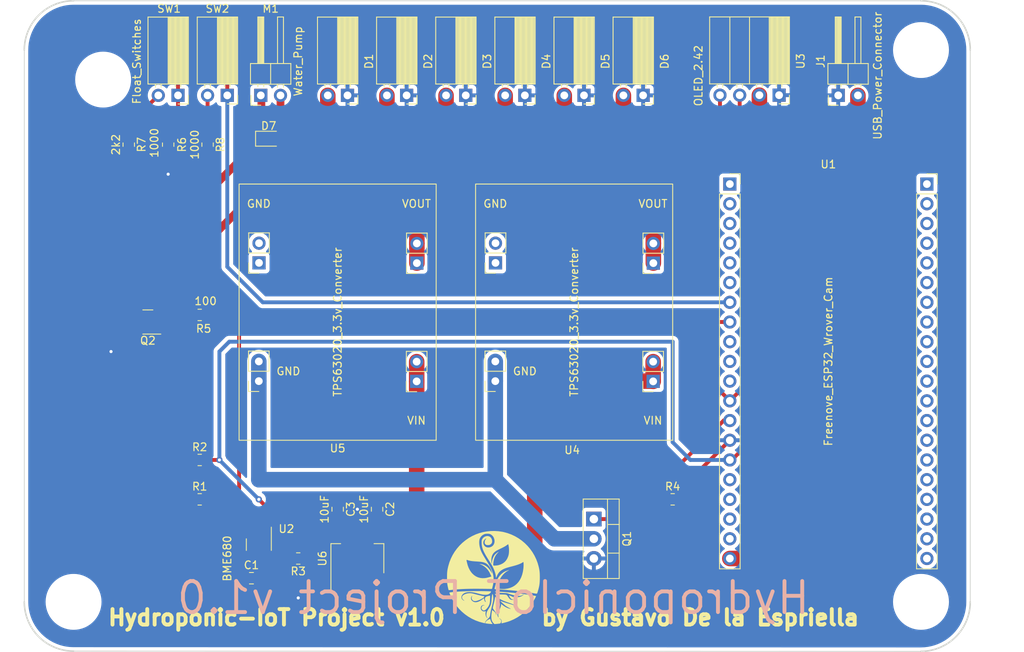
<source format=kicad_pcb>
(kicad_pcb (version 20211014) (generator pcbnew)
  (layers (0 "F.Cu" signal) (31 "B.Cu" signal) (34 "B.Paste" user) (35 "F.Paste" user) (36 "B.SilkS" user "B.Silkscreen") (37 "F.SilkS" user "F.Silkscreen") (38 "B.Mask" user) (39 "F.Mask" user) (44 "Edge.Cuts" user))
  (net 0 "")
  (net 1 "GND")
  (net 2 "+5V")
  (net 3 "Net-(D7-Pad2)")
  (net 10 "FULL_SPECTRUM_LEDS")
  (net 14 "Net-(Q2-Pad2)")
  (net 15 "SDA_ALT")
  (net 16 "SCL_ALT")
  (net 41 "Net-(R3-Pad2)")
  (net 42 "WATER_PUMP")
  (net 43 "FLOAT_SWITCHES")
  (net 44 "Net-(R7-Pad1)")
  (net 45 "Net-(R8-Pad1)")
  (net 46 "+3.3VA")
  (net 47 "/Regulated 3.3v #1")
  (net 48 "Net-(Q1-Pad2)")
  (net 53 "/Regulated 3.3v #2")
  (footprint "Resistor_SMD:R_0805_2012Metric" (layer "F.Cu") (at 124.740936 121.693 180)
    (fp_text reference "R3" (at 0 -1.65) (layer "F.SilkS"))
    (fp_text value "4.7k")
    (pad "1" smd roundrect (at -0.9125 0 180) (size 1.025 1.4) (layers "F.Cu" "F.Paste" "F.Mask") (roundrect_rratio 0.243902) (net 1 "GND"))
    (pad "2" smd roundrect (at 0.9125 0 180) (size 1.025 1.4) (layers "F.Cu" "F.Paste" "F.Mask") (roundrect_rratio 0.243902) (net 41 "Net-(R3-Pad2)"))
  )
  (footprint "Package_LGA:Bosch_LGA-8_3x3mm_P0.8mm_ClockwisePinNumbering" (layer "F.Cu") (at 119.660936 119.153)
    (fp_text reference "U2" (at 3.556 -1.27) (layer "F.SilkS"))
    (fp_text value "BME680" (at -4.064 2.54 90) (layer "F.SilkS"))
    (pad "1" smd roundrect (at -1.2 -1.1875) (size 0.5 0.525) (layers "F.Cu" "F.Paste" "F.Mask") (net 1 "GND"))
    (pad "2" smd roundrect (at -0.4 -1.1875) (size 0.5 0.525) (layers "F.Cu" "F.Paste" "F.Mask") (net 46 "+3.3VA"))
    (pad "3" smd roundrect (at 0.4 -1.1875) (size 0.5 0.525) (layers "F.Cu" "F.Paste" "F.Mask") (net 15 "SDA_ALT"))
    (pad "4" smd roundrect (at 1.2 -1.1875) (size 0.5 0.525) (layers "F.Cu" "F.Paste" "F.Mask") (net 16 "SCL_ALT"))
    (pad "5" smd roundrect (at 1.2 1.1875) (size 0.5 0.525) (layers "F.Cu" "F.Paste" "F.Mask") (net 41 "Net-(R3-Pad2)"))
    (pad "6" smd roundrect (at 0.4 1.1875) (size 0.5 0.525) (layers "F.Cu" "F.Paste" "F.Mask") (net 46 "+3.3VA"))
    (pad "7" smd roundrect (at -0.4 1.1875) (size 0.5 0.525) (layers "F.Cu" "F.Paste" "F.Mask") (net 1 "GND"))
    (pad "8" smd roundrect (at -1.2 1.1875) (size 0.5 0.525) (layers "F.Cu" "F.Paste" "F.Mask") (net 46 "+3.3VA"))
  )
  (footprint "Connector_PinSocket_2.54mm:PinSocket_1x02_P2.54mm_Horizontal" (layer "F.Cu") (at 153.950936 62.003 -90)
    (fp_text reference "D4" (at -4.38 -2.77 -90) (layer "F.SilkS"))
    (fp_text value "LED")
    (pad "1" thru_hole rect (at 0 0 270) (size 1.7 1.7) (drill 1) (layers *.Cu *.Mask) (net 1 "GND"))
    (pad "2" thru_hole oval (at 0 2.54 270) (size 1.7 1.7) (drill 1) (layers *.Cu *.Mask) (net 53 "/Regulated 3.3v #2"))
  )
  (footprint "Diode_SMD:D_0805_2012Metric" (layer "F.Cu") (at 120.930936 67.591)
    (fp_text reference "D7" (at 0 -1.65) (layer "F.SilkS"))
    (fp_text value "D")
    (pad "1" smd roundrect (at -0.9375 0) (size 0.975 1.4) (layers "F.Cu" "F.Paste" "F.Mask") (net 2 "+5V"))
    (pad "2" smd roundrect (at 0.9375 0) (size 0.975 1.4) (layers "F.Cu" "F.Paste" "F.Mask") (net 3 "Net-(D7-Pad2)"))
  )
  (footprint "Resistor_SMD:R_0805_2012Metric" (layer "F.Cu") (at 102.896936 68.353 -90)
    (fp_text reference "R7" (at 0 -1.65 90) (layer "F.SilkS"))
    (fp_text value "2k2" (at 0 1.65 90) (layer "F.SilkS"))
    (pad "1" smd roundrect (at -0.9125 0 270) (size 1.025 1.4) (layers "F.Cu" "F.Paste" "F.Mask") (roundrect_rratio 0.243902) (net 44 "Net-(R7-Pad1)"))
    (pad "2" smd roundrect (at 0.9125 0 270) (size 1.025 1.4) (layers "F.Cu" "F.Paste" "F.Mask") (roundrect_rratio 0.243902) (net 2 "+5V"))
  )
  (footprint "Resistor_SMD:R_0805_2012Metric" (layer "F.Cu") (at 107.976936 68.353 90)
    (fp_text reference "R6" (at 0 1.778 90) (layer "F.SilkS"))
    (fp_text value "1000" (at 0.227064 -1.778 90) (layer "F.SilkS"))
    (pad "1" smd roundrect (at -0.9125 0 90) (size 1.025 1.4) (layers "F.Cu" "F.Paste" "F.Mask") (roundrect_rratio 0.243902) (net 1 "GND"))
    (pad "2" smd roundrect (at 0.9125 0 90) (size 1.025 1.4) (layers "F.Cu" "F.Paste" "F.Mask") (roundrect_rratio 0.243902) (net 43 "FLOAT_SWITCHES"))
  )
  (footprint "MountingHole:MountingHole_3.2mm_M3" (layer "F.Cu") (at 95.784936 127.281)
    (fp_text reference "REF**")
    (fp_text value "MountingHole_3.2mm_M3")
    (pad "" np_thru_hole circle (at 0 0) (size 3.2 3.2) (drill 3.2) (layers *.Cu *.Mask))
  )
  (footprint "HydroponicIoT:Rakstore TPS63020 5v to 3.3v" (layer "F.Cu") (at 129.820936 91.213 180)
    (fp_text reference "U5" (at 0 -16.283 unlocked) (layer "F.SilkS"))
    (fp_text value "TPS63020_3.3v_Converter" (at 0 0 90 unlocked) (layer "F.SilkS"))
    (fp_text user "GND" (at 10.16 15.24 unlocked) (layer "F.SilkS"))
    (fp_text user "VIN" (at -10.16 -12.7 unlocked) (layer "F.SilkS"))
    (fp_text user "VOUT" (at -10.16 15.24 unlocked) (layer "F.SilkS"))
    (fp_text user "GND" (at 6.35 -6.35 unlocked) (layer "F.SilkS"))
    (pad "1" thru_hole rect (at -10.185 -7.65 180) (size 1.7 1.7) (drill 1) (layers *.Cu *.Mask) (net 2 "+5V"))
    (pad "2" thru_hole oval (at -10.185 -5.11 180) (size 1.7 1.7) (drill 1) (layers *.Cu *.Mask) (net 2 "+5V"))
    (pad "3" thru_hole rect (at -10.21 7.59 180) (size 1.7 1.7) (drill 1) (layers *.Cu *.Mask) (net 47 "/Regulated 3.3v #1"))
    (pad "4" thru_hole oval (at -10.21 10.13 180) (size 1.7 1.7) (drill 1) (layers *.Cu *.Mask) (net 47 "/Regulated 3.3v #1"))
    (pad "5" thru_hole oval (at 10.135 10.16 180) (size 1.7 1.7) (drill 1) (layers *.Cu *.Mask))
    (pad "6" thru_hole rect (at 10.135 7.62 180) (size 1.7 1.7) (drill 1) (layers *.Cu *.Mask))
    (pad "7" thru_hole oval (at 10.16 -5.08 180) (size 1.7 1.7) (drill 1) (layers *.Cu *.Mask) (net 48 "Net-(Q1-Pad2)"))
    (pad "8" thru_hole rect (at 10.16 -7.62 180) (size 1.7 1.7) (drill 1) (layers *.Cu *.Mask) (net 48 "Net-(Q1-Pad2)"))
  )
  (footprint "Connector_PinSocket_2.54mm:PinSocket_1x02_P2.54mm_Horizontal" (layer "F.Cu") (at 161.570936 62.003 -90)
    (fp_text reference "D5" (at -4.38 -2.77 -90) (layer "F.SilkS"))
    (fp_text value "LED")
    (pad "1" thru_hole rect (at 0 0 270) (size 1.7 1.7) (drill 1) (layers *.Cu *.Mask) (net 1 "GND"))
    (pad "2" thru_hole oval (at 0 2.54 270) (size 1.7 1.7) (drill 1) (layers *.Cu *.Mask) (net 53 "/Regulated 3.3v #2"))
  )
  (footprint "MountingHole:MountingHole_3.2mm_M3" (layer "F.Cu") (at 205.004936 56.161)
    (fp_text reference "REF**")
    (fp_text value "MountingHole_3.2mm_M3")
    (pad "" np_thru_hole circle (at 0 0) (size 3.2 3.2) (drill 3.2) (layers *.Cu *.Mask))
  )
  (footprint "Connector_PinSocket_2.54mm:PinSocket_1x04_P2.54mm_Horizontal" (layer "F.Cu") (at 186.716936 61.978 -90)
    (fp_text reference "U3" (at -4.38 -2.77 90) (layer "F.SilkS"))
    (fp_text value "OLED_2.42" (at -2.515 10.39 90) (layer "F.SilkS"))
    (pad "1" thru_hole rect (at 0 0 270) (size 1.7 1.7) (drill 1) (layers *.Cu *.Mask) (net 1 "GND"))
    (pad "2" thru_hole oval (at 0 2.54 270) (size 1.7 1.7) (drill 1) (layers *.Cu *.Mask) (net 2 "+5V"))
    (pad "3" thru_hole oval (at 0 5.08 270) (size 1.7 1.7) (drill 1) (layers *.Cu *.Mask) (net 16 "SCL_ALT"))
    (pad "4" thru_hole oval (at 0 7.62 270) (size 1.7 1.7) (drill 1) (layers *.Cu *.Mask) (net 15 "SDA_ALT"))
  )
  (footprint "Capacitor_SMD:C_0805_2012Metric" (layer "F.Cu") (at 129.820936 115.343 -90)
    (fp_text reference "C3" (at 0 -1.68 90) (layer "F.SilkS"))
    (fp_text value "10uF" (at 0 1.68 90) (layer "F.SilkS"))
    (pad "1" smd roundrect (at -0.95 0 270) (size 1 1.45) (layers "F.Cu" "F.Paste" "F.Mask") (net 1 "GND"))
    (pad "2" smd roundrect (at 0.95 0 270) (size 1 1.45) (layers "F.Cu" "F.Paste" "F.Mask") (net 46 "+3.3VA"))
  )
  (footprint "LOGO" (layer "F.Cu") (at 149.886936 124.233)
    (fp_text reference "G***")
    (fp_text value "LOGO" hide)
  )
  (footprint "Connector_PinSocket_2.54mm:PinSocket_1x02_P2.54mm_Horizontal" (layer "F.Cu") (at 169.190936 62.003 -90)
    (fp_text reference "D6" (at -4.38 -2.77 -90) (layer "F.SilkS"))
    (fp_text value "LED")
    (pad "1" thru_hole rect (at 0 0 270) (size 1.7 1.7) (drill 1) (layers *.Cu *.Mask) (net 1 "GND"))
    (pad "2" thru_hole oval (at 0 2.54 270) (size 1.7 1.7) (drill 1) (layers *.Cu *.Mask) (net 53 "/Regulated 3.3v #2"))
  )
  (footprint "Resistor_SMD:R_0805_2012Metric" (layer "F.Cu") (at 112.040936 114.073)
    (fp_text reference "R1" (at 0 -1.65) (layer "F.SilkS"))
    (fp_text value "4.7k")
    (pad "1" smd roundrect (at -0.9125 0) (size 1.025 1.4) (layers "F.Cu" "F.Paste" "F.Mask") (roundrect_rratio 0.243902) (net 46 "+3.3VA"))
    (pad "2" smd roundrect (at 0.9125 0) (size 1.025 1.4) (layers "F.Cu" "F.Paste" "F.Mask") (roundrect_rratio 0.243902) (net 15 "SDA_ALT"))
  )
  (footprint "Package_TO_SOT_THT:TO-220-3_Vertical" (layer "F.Cu") (at 162.840936 116.613 -90)
    (fp_text reference "Q1" (at 2.54 -4.27 90) (layer "F.SilkS"))
    (fp_text value "IRF540N")
    (pad "1" thru_hole rect (at 0 0 270) (size 1.905 2) (drill 1.1) (layers *.Cu *.Mask) (net 10 "FULL_SPECTRUM_LEDS"))
    (pad "2" thru_hole oval (at 2.54 0 270) (size 1.905 2) (drill 1.1) (layers *.Cu *.Mask) (net 48 "Net-(Q1-Pad2)"))
    (pad "3" thru_hole oval (at 5.08 0 270) (size 1.905 2) (drill 1.1) (layers *.Cu *.Mask) (net 1 "GND"))
  )
  (footprint "MountingHole:MountingHole_3.2mm_M3" (layer "F.Cu") (at 99.594936 59.971)
    (fp_text reference "REF**")
    (fp_text value "MountingHole_3.2mm_M3")
    (pad "" np_thru_hole circle (at 0 0) (size 3.2 3.2) (drill 3.2) (layers *.Cu *.Mask))
  )
  (footprint "Connector_PinHeader_2.54mm:PinHeader_1x02_P2.54mm_Horizontal" (layer "F.Cu") (at 194.336936 62.003 90)
    (fp_text reference "J1" (at 4.385 -2.27 90) (layer "F.SilkS"))
    (fp_text value "USB_Power_Connector" (at 2.54 5.08 90) (layer "F.SilkS"))
    (pad "1" thru_hole rect (at 0 0 90) (size 1.7 1.7) (drill 1) (layers *.Cu *.Mask) (net 1 "GND"))
    (pad "2" thru_hole oval (at 0 2.54 90) (size 1.7 1.7) (drill 1) (layers *.Cu *.Mask) (net 2 "+5V"))
  )
  (footprint "Resistor_SMD:R_0805_2012Metric" (layer "F.Cu") (at 112.040936 90.3005 180)
    (fp_text reference "R5" (at -0.508 -1.778) (layer "F.SilkS"))
    (fp_text value "100" (at -0.762 1.778) (layer "F.SilkS"))
    (pad "1" smd roundrect (at -0.9125 0 180) (size 1.025 1.4) (layers "F.Cu" "F.Paste" "F.Mask") (roundrect_rratio 0.243902) (net 42 "WATER_PUMP"))
    (pad "2" smd roundrect (at 0.9125 0 180) (size 1.025 1.4) (layers "F.Cu" "F.Paste" "F.Mask") (roundrect_rratio 0.243902) (net 14 "Net-(Q2-Pad2)"))
  )
  (footprint "Connector_PinSocket_2.54mm:PinSocket_1x02_P2.54mm_Horizontal" (layer "F.Cu") (at 109.246936 62.003 -90)
    (fp_text reference "SW1" (at -11.176 1.1519 180) (layer "F.SilkS"))
    (fp_text value "Float_Switches" (at -4.38 5.31 90) (layer "F.SilkS"))
    (pad "1" thru_hole rect (at 0 0 270) (size 1.7 1.7) (drill 1) (layers *.Cu *.Mask) (net 43 "FLOAT_SWITCHES"))
    (pad "2" thru_hole oval (at 0 2.54 270) (size 1.7 1.7) (drill 1) (layers *.Cu *.Mask) (net 44 "Net-(R7-Pad1)"))
  )
  (footprint "Connector_PinSocket_2.54mm:PinSocket_1x02_P2.54mm_Horizontal" (layer "F.Cu") (at 138.710936 62.003 -90)
    (fp_text reference "D2" (at -4.38 -2.77 -90) (layer "F.SilkS"))
    (fp_text value "LED")
    (pad "1" thru_hole rect (at 0 0 270) (size 1.7 1.7) (drill 1) (layers *.Cu *.Mask) (net 1 "GND"))
    (pad "2" thru_hole oval (at 0 2.54 270) (size 1.7 1.7) (drill 1) (layers *.Cu *.Mask) (net 47 "/Regulated 3.3v #1"))
  )
  (footprint "Connector_PinSocket_2.54mm:PinSocket_1x02_P2.54mm_Horizontal" (layer "F.Cu") (at 146.330936 62.003 -90)
    (fp_text reference "D3" (at -4.38 -2.77 -90) (layer "F.SilkS"))
    (fp_text value "LED")
    (pad "1" thru_hole rect (at 0 0 270) (size 1.7 1.7) (drill 1) (layers *.Cu *.Mask) (net 1 "GND"))
    (pad "2" thru_hole oval (at 0 2.54 270) (size 1.7 1.7) (drill 1) (layers *.Cu *.Mask) (net 47 "/Regulated 3.3v #1"))
  )
  (footprint "Package_TO_SOT_SMD:SOT-23" (layer "F.Cu") (at 105.358436 91.213 180)
    (fp_text reference "Q2" (at 0 -2.4 180) (layer "F.SilkS"))
    (fp_text value "2N3904")
    (pad "1" smd roundrect (at -0.9375 -0.95 180) (size 1.475 0.6) (layers "F.Cu" "F.Paste" "F.Mask") (net 1 "GND"))
    (pad "2" smd roundrect (at -0.9375 0.95 180) (size 1.475 0.6) (layers "F.Cu" "F.Paste" "F.Mask") (net 14 "Net-(Q2-Pad2)"))
    (pad "3" smd roundrect (at 0.9375 0 180) (size 1.475 0.6) (layers "F.Cu" "F.Paste" "F.Mask") (net 3 "Net-(D7-Pad2)"))
  )
  (footprint "MountingHole:MountingHole_3.2mm_M3" (layer "F.Cu") (at 205.004936 127.281)
    (fp_text reference "REF**")
    (fp_text value "MountingHole_3.2mm_M3")
    (pad "" np_thru_hole circle (at 0 0) (size 3.2 3.2) (drill 3.2) (layers *.Cu *.Mask))
  )
  (footprint "Resistor_SMD:R_0805_2012Metric" (layer "F.Cu") (at 113.056936 68.353 -90)
    (fp_text reference "R8" (at 0 -1.65 90) (layer "F.SilkS"))
    (fp_text value "1000" (at 0 1.65 90) (layer "F.SilkS"))
    (pad "1" smd roundrect (at -0.9125 0 270) (size 1.025 1.4) (layers "F.Cu" "F.Paste" "F.Mask") (roundrect_rratio 0.243902) (net 45 "Net-(R8-Pad1)"))
    (pad "2" smd roundrect (at 0.9125 0 270) (size 1.025 1.4) (layers "F.Cu" "F.Paste" "F.Mask") (roundrect_rratio 0.243902) (net 2 "+5V"))
  )
  (footprint "Capacitor_SMD:C_0805_2012Metric" (layer "F.Cu") (at 134.900936 115.343 -90)
    (fp_text reference "C2" (at 0 -1.68 90) (layer "F.SilkS"))
    (fp_text value "10uF" (at 0 1.68 90) (layer "F.SilkS"))
    (pad "1" smd roundrect (at -0.95 0 270) (size 1 1.45) (layers "F.Cu" "F.Paste" "F.Mask") (net 1 "GND"))
    (pad "2" smd roundrect (at 0.95 0 270) (size 1 1.45) (layers "F.Cu" "F.Paste" "F.Mask") (net 2 "+5V"))
  )
  (footprint "HydroponicIoT:Freenove ESP32 Wrover Cam" (layer "F.Cu") (at 193.066936 98.833)
    (fp_text reference "U1" (at 0 -27.94 unlocked) (layer "F.SilkS"))
    (fp_text value "Freenove_ESP32_Wrover_Cam" (at 0 -2.54 90 unlocked) (layer "F.SilkS"))
    (pad "1" thru_hole rect (at -12.7 -25.4) (size 1.7 1.7) (drill 1) (layers *.Cu *.Mask))
    (pad "2" thru_hole oval (at -12.7 -22.86) (size 1.7 1.7) (drill 1) (layers *.Cu *.Mask))
    (pad "3" thru_hole oval (at -12.7 -20.32) (size 1.7 1.7) (drill 1) (layers *.Cu *.Mask))
    (pad "4" thru_hole oval (at -12.7 -17.78) (size 1.7 1.7) (drill 1) (layers *.Cu *.Mask))
    (pad "5" thru_hole oval (at -12.7 -15.24) (size 1.7 1.7) (drill 1) (layers *.Cu *.Mask))
    (pad "6" thru_hole oval (at -12.7 -12.7) (size 1.7 1.7) (drill 1) (layers *.Cu *.Mask))
    (pad "7" thru_hole oval (at -12.7 -10.16) (size 1.7 1.7) (drill 1) (layers *.Cu *.Mask) (net 43 "FLOAT_SWITCHES"))
    (pad "8" thru_hole oval (at -12.7 -7.62) (size 1.7 1.7) (drill 1) (layers *.Cu *.Mask) (net 42 "WATER_PUMP"))
    (pad "9" thru_hole oval (at -12.7 -5.08) (size 1.7 1.7) (drill 1) (layers *.Cu *.Mask))
    (pad "10" thru_hole oval (at -12.7 -2.54) (size 1.7 1.7) (drill 1) (layers *.Cu *.Mask))
    (pad "11" thru_hole oval (at -12.7 0) (size 1.7 1.7) (drill 1) (layers *.Cu *.Mask))
    (pad "12" thru_hole oval (at -12.7 2.54) (size 1.7 1.7) (drill 1) (layers *.Cu *.Mask) (net 15 "SDA_ALT"))
    (pad "13" thru_hole oval (at -12.7 5.08) (size 1.7 1.7) (drill 1) (layers *.Cu *.Mask) (net 10 "FULL_SPECTRUM_LEDS"))
    (pad "14" thru_hole oval (at -12.7 7.62) (size 1.7 1.7) (drill 1) (layers *.Cu *.Mask) (net 1 "GND"))
    (pad "15" thru_hole oval (at -12.7 10.16) (size 1.7 1.7) (drill 1) (layers *.Cu *.Mask) (net 16 "SCL_ALT"))
    (pad "16" thru_hole oval (at -12.7 12.7) (size 1.7 1.7) (drill 1) (layers *.Cu *.Mask))
    (pad "17" thru_hole oval (at -12.7 15.24) (size 1.7 1.7) (drill 1) (layers *.Cu *.Mask))
    (pad "18" thru_hole oval (at -12.7 17.78) (size 1.7 1.7) (drill 1) (layers *.Cu *.Mask))
    (pad "19" thru_hole oval (at -12.7 20.32) (size 1.7 1.7) (drill 1) (layers *.Cu *.Mask))
    (pad "20" thru_hole oval (at -12.7 22.86) (size 1.7 1.7) (drill 1) (layers *.Cu *.Mask) (net 2 "+5V"))
    (pad "21" thru_hole oval (at 12.7 22.86) (size 1.7 1.7) (drill 1) (layers *.Cu *.Mask))
    (pad "22" thru_hole oval (at 12.7 20.32) (size 1.7 1.7) (drill 1) (layers *.Cu *.Mask))
    (pad "23" thru_hole oval (at 12.7 17.78) (size 1.7 1.7) (drill 1) (layers *.Cu *.Mask))
    (pad "24" thru_hole oval (at 12.7 15.24) (size 1.7 1.7) (drill 1) (layers *.Cu *.Mask))
    (pad "25" thru_hole oval (at 12.7 12.7) (size 1.7 1.7) (drill 1) (layers *.Cu *.Mask))
    (pad "26" thru_hole oval (at 12.7 10.16) (size 1.7 1.7) (drill 1) (layers *.Cu *.Mask))
    (pad "27" thru_hole oval (at 12.7 7.62) (size 1.7 1.7) (drill 1) (layers *.Cu *.Mask))
    (pad "28" thru_hole oval (at 12.7 5.08) (size 1.7 1.7) (drill 1) (layers *.Cu *.Mask))
    (pad "29" thru_hole oval (at 12.7 2.54) (size 1.7 1.7) (drill 1) (layers *.Cu *.Mask))
    (pad "30" thru_hole oval (at 12.7 0) (size 1.7 1.7) (drill 1) (layers *.Cu *.Mask))
    (pad "31" thru_hole oval (at 12.7 -2.54) (size 1.7 1.7) (drill 1) (layers *.Cu *.Mask))
    (pad "32" thru_hole oval (at 12.7 -5.08) (size 1.7 1.7) (drill 1) (layers *.Cu *.Mask))
    (pad "33" thru_hole oval (at 12.7 -7.62) (size 1.7 1.7) (drill 1) (layers *.Cu *.Mask))
    (pad "34" thru_hole oval (at 12.7 -10.16) (size 1.7 1.7) (drill 1) (layers *.Cu *.Mask))
    (pad "35" thru_hole oval (at 12.7 -12.7) (size 1.7 1.7) (drill 1) (layers *.Cu *.Mask))
    (pad "36" thru_hole oval (at 12.7 -15.24) (size 1.7 1.7) (drill 1) (layers *.Cu *.Mask))
    (pad "37" thru_hole oval (at 12.7 -17.78) (size 1.7 1.7) (drill 1) (layers *.Cu *.Mask))
    (pad "38" thru_hole oval (at 12.7 -20.32) (size 1.7 1.7) (drill 1) (layers *.Cu *.Mask))
    (pad "39" thru_hole oval (at 12.7 -22.86) (size 1.7 1.7) (drill 1) (layers *.Cu *.Mask))
    (pad "40" thru_hole rect (at 12.7 -25.4) (size 1.7 1.7) (drill 1) (layers *.Cu *.Mask))
  )
  (footprint "Connector_PinSocket_2.54mm:PinSocket_1x02_P2.54mm_Horizontal" (layer "F.Cu") (at 131.090936 62.003 -90)
    (fp_text reference "D1" (at -4.38 -2.77 -90) (layer "F.SilkS"))
    (fp_text value "LED")
    (pad "1" thru_hole rect (at 0 0 270) (size 1.7 1.7) (drill 1) (layers *.Cu *.Mask) (net 1 "GND"))
    (pad "2" thru_hole oval (at 0 2.54 270) (size 1.7 1.7) (drill 1) (layers *.Cu *.Mask) (net 47 "/Regulated 3.3v #1"))
  )
  (footprint "Package_TO_SOT_SMD:SOT-223-3_TabPin2" (layer "F.Cu") (at 132.360936 121.693 90)
    (fp_text reference "U6" (at 0 -4.5 90) (layer "F.SilkS"))
    (fp_text value "AMS1117-3.3")
    (pad "1" smd rect (at -3.15 -2.3 90) (size 2 1.5) (layers "F.Cu" "F.Paste" "F.Mask") (net 1 "GND"))
    (pad "2" smd rect (at -3.15 0 90) (size 2 1.5) (layers "F.Cu" "F.Paste" "F.Mask") (net 46 "+3.3VA"))
    (pad "2" smd rect (at 3.15 0 90) (size 2 3.8) (layers "F.Cu" "F.Paste" "F.Mask") (net 46 "+3.3VA"))
    (pad "3" smd rect (at -3.15 2.3 90) (size 2 1.5) (layers "F.Cu" "F.Paste" "F.Mask") (net 2 "+5V"))
  )
  (footprint "Connector_PinSocket_2.54mm:PinSocket_1x02_P2.54mm_Horizontal" (layer "F.Cu") (at 115.596936 62.003 -90)
    (fp_text reference "SW2" (at -11.176 1.27 180) (layer "F.SilkS"))
    (fp_text value "Float_Switch")
    (pad "1" thru_hole rect (at 0 0 270) (size 1.7 1.7) (drill 1) (layers *.Cu *.Mask) (net 43 "FLOAT_SWITCHES"))
    (pad "2" thru_hole oval (at 0 2.54 270) (size 1.7 1.7) (drill 1) (layers *.Cu *.Mask) (net 45 "Net-(R8-Pad1)"))
  )
  (footprint "Resistor_SMD:R_0805_2012Metric" (layer "F.Cu") (at 112.040936 108.993)
    (fp_text reference "R2" (at 0 -1.65) (layer "F.SilkS"))
    (fp_text value "4.7k")
    (pad "1" smd roundrect (at -0.9125 0) (size 1.025 1.4) (layers "F.Cu" "F.Paste" "F.Mask") (roundrect_rratio 0.243902) (net 46 "+3.3VA"))
    (pad "2" smd roundrect (at 0.9125 0) (size 1.025 1.4) (layers "F.Cu" "F.Paste" "F.Mask") (roundrect_rratio 0.243902) (net 16 "SCL_ALT"))
  )
  (footprint "HydroponicIoT:Rakstore TPS63020 5v to 3.3v" (layer "F.Cu") (at 160.300936 91.213 180)
    (fp_text reference "U4" (at 0.254 -16.51 unlocked) (layer "F.SilkS"))
    (fp_text value "TPS63020_3.3v_Converter" (at 0 0 90 unlocked) (layer "F.SilkS"))
    (fp_text user "GND" (at 6.35 -6.35 unlocked) (layer "F.SilkS"))
    (fp_text user "VOUT" (at -10.16 15.24 unlocked) (layer "F.SilkS"))
    (fp_text user "GND" (at 10.16 15.24 unlocked) (layer "F.SilkS"))
    (fp_text user "VIN" (at -10.16 -12.7 unlocked) (layer "F.SilkS"))
    (pad "1" thru_hole rect (at -10.185 -7.65 180) (size 1.7 1.7) (drill 1) (layers *.Cu *.Mask) (net 2 "+5V"))
    (pad "2" thru_hole oval (at -10.185 -5.11 180) (size 1.7 1.7) (drill 1) (layers *.Cu *.Mask) (net 2 "+5V"))
    (pad "3" thru_hole rect (at -10.21 7.59 180) (size 1.7 1.7) (drill 1) (layers *.Cu *.Mask) (net 53 "/Regulated 3.3v #2"))
    (pad "4" thru_hole oval (at -10.21 10.13 180) (size 1.7 1.7) (drill 1) (layers *.Cu *.Mask) (net 53 "/Regulated 3.3v #2"))
    (pad "5" thru_hole oval (at 10.135 10.16 180) (size 1.7 1.7) (drill 1) (layers *.Cu *.Mask))
    (pad "6" thru_hole rect (at 10.135 7.62 180) (size 1.7 1.7) (drill 1) (layers *.Cu *.Mask))
    (pad "7" thru_hole oval (at 10.16 -5.08 180) (size 1.7 1.7) (drill 1) (layers *.Cu *.Mask) (net 48 "Net-(Q1-Pad2)"))
    (pad "8" thru_hole rect (at 10.16 -7.62 180) (size 1.7 1.7) (drill 1) (layers *.Cu *.Mask) (net 48 "Net-(Q1-Pad2)"))
  )
  (footprint "Connector_PinHeader_2.54mm:PinHeader_1x02_P2.54mm_Horizontal" (layer "F.Cu") (at 119.914936 62.003 90)
    (fp_text reference "M1" (at 11.176 1.27 180) (layer "F.SilkS"))
    (fp_text value "Water_Pump" (at 4.385 4.81 90) (layer "F.SilkS"))
    (pad "1" thru_hole rect (at 0 0 90) (size 1.7 1.7) (drill 1) (layers *.Cu *.Mask) (net 2 "+5V"))
    (pad "2" thru_hole oval (at 0 2.54 90) (size 1.7 1.7) (drill 1) (layers *.Cu *.Mask) (net 3 "Net-(D7-Pad2)"))
  )
  (footprint "Capacitor_SMD:C_0805_2012Metric" (layer "F.Cu") (at 118.710936 124.233)
    (fp_text reference "C1" (at 0 -1.68) (layer "F.SilkS"))
    (fp_text value "0.1uF")
    (pad "1" smd roundrect (at -0.95 0) (size 1 1.45) (layers "F.Cu" "F.Paste" "F.Mask") (net 46 "+3.3VA"))
    (pad "2" smd roundrect (at 0.95 0) (size 1 1.45) (layers "F.Cu" "F.Paste" "F.Mask") (net 1 "GND"))
  )
  (footprint "Resistor_SMD:R_0805_2012Metric" (layer "F.Cu") (at 173.000936 114.073)
    (fp_text reference "R4" (at 0 -1.65) (layer "F.SilkS"))
    (fp_text value "10k")
    (pad "1" smd roundrect (at -0.9125 0) (size 1.025 1.4) (layers "F.Cu" "F.Paste" "F.Mask") (roundrect_rratio 0.243902) (net 10 "FULL_SPECTRUM_LEDS"))
    (pad "2" smd roundrect (at 0.9125 0) (size 1.025 1.4) (layers "F.Cu" "F.Paste" "F.Mask") (roundrect_rratio 0.243902) (net 1 "GND"))
  )
  (gr_line (start 89.434936 56.161) (end 89.434936 127.281) (layer "Edge.Cuts") (width 0.1))
  (gr_line (start 211.354936 56.161) (end 211.354936 127.281) (layer "Edge.Cuts") (width 0.1))
  (gr_arc (start 205.004936 49.811) (mid 209.495064 51.670872) (end 211.354936 56.161) (layer "Edge.Cuts") (width 0.2))
  (gr_line (start 205.004936 49.811) (end 95.784936 49.811) (layer "Edge.Cuts") (width 0.1))
  (gr_arc (start 211.354936 127.281) (mid 209.496813 131.782068) (end 205.005094 133.662677) (layer "Edge.Cuts") (width 0.2))
  (gr_arc (start 95.784936 133.631) (mid 91.294808 131.771128) (end 89.434936 127.281) (layer "Edge.Cuts") (width 0.2))
  (gr_arc (start 89.434936 56.161) (mid 91.294808 51.670872) (end 95.784936 49.811) (layer "Edge.Cuts") (width 0.2))
  (gr_line (start 205.005094 133.662677) (end 95.784936 133.631) (layer "Edge.Cuts") (width 0.1))
  (gr_text "HydroponicIoT Project v1.0" (at 149.886936 126.773) (layer "B.SilkS") (effects (font (size 4 4) (thickness 0.5)) (justify mirror)))
  (gr_text "Hydroponic-IoT Project v1.0" (at 121.946936 129.313) (layer "F.SilkS") (effects (font (size 2 2) (thickness 0.5))))
  (gr_text "by Gustavo De la Espriella" (at 176.556936 129.313) (layer "F.SilkS") (effects (font (size 2 2) (thickness 0.5))))
  (segment (start 103.435936 95.023) (end 100.610936 95.023) (width 1) (layer "F.Cu") (net 1))
  (segment (start 132.680936 114.393) (end 129.820936 114.393) (width 0.5) (layer "F.Cu") (net 1))
  (segment (start 126.670936 124.843) (end 124.740936 126.773) (width 0.5) (layer "F.Cu") (net 1))
  (segment (start 134.900936 114.393) (end 132.680936 114.393) (width 0.5) (layer "F.Cu") (net 1))
  (segment (start 118.460936 119.264827) (end 118.460936 117.9655) (width 0.5) (layer "F.Cu") (net 1))
  (segment (start 119.660936 121.693) (end 119.260936 121.293) (width 0.5) (layer "F.Cu") (net 1))
  (segment (start 126.670936 122.7105) (end 126.670936 124.843) (width 0.5) (layer "F.Cu") (net 1))
  (segment (start 119.260936 120.064827) (end 118.460936 119.264827) (width 0.5) (layer "F.Cu") (net 1))
  (segment (start 119.660936 124.233) (end 122.200936 126.773) (width 0.5) (layer "F.Cu") (net 1))
  (segment (start 122.200936 126.773) (end 124.740936 126.773) (width 0.5) (layer "F.Cu") (net 1))
  (segment (start 106.295936 92.163) (end 103.435936 95.023) (width 1) (layer "F.Cu") (net 1))
  (segment (start 173.913436 112.9065) (end 180.366936 106.453) (width 0.5) (layer "F.Cu") (net 1))
  (segment (start 132.360936 114.713) (end 132.360936 115.343) (width 0.5) (layer "F.Cu") (net 1))
  (segment (start 125.653436 121.693) (end 126.670936 122.7105) (width 0.5) (layer "F.Cu") (net 1))
  (segment (start 132.680936 114.393) (end 132.360936 114.713) (width 0.5) (layer "F.Cu") (net 1))
  (segment (start 119.660936 124.233) (end 119.660936 121.693) (width 0.5) (layer "F.Cu") (net 1))
  (segment (start 173.913436 114.073) (end 173.913436 112.9065) (width 0.5) (layer "F.Cu") (net 1))
  (segment (start 107.976936 69.2655) (end 107.976936 72.163) (width 0.5) (layer "F.Cu") (net 1))
  (segment (start 119.260936 121.293) (end 119.260936 120.3405) (width 0.5) (layer "F.Cu") (net 1))
  (segment (start 130.060936 124.843) (end 126.670936 124.843) (width 0.5) (layer "F.Cu") (net 1))
  (segment (start 119.260936 120.3405) (end 119.260936 120.064827) (width 0.5) (layer "F.Cu") (net 1))
  (via (at 100.610936 95.023) (size 0.8) (drill 0.4) (layers "F.Cu" "B.Cu") (net 1))
  (via (at 107.976936 72.163) (size 0.8) (drill 0.4) (layers "F.Cu" "B.Cu") (net 1))
  (via (at 124.740936 126.773) (size 0.8) (drill 0.4) (layers "F.Cu" "B.Cu") (net 1))
  (via (at 132.360936 115.343) (size 0.8) (drill 0.4) (layers "F.Cu" "B.Cu") (net 1))
  (segment (start 140.005936 98.863) (end 140.005936 96.323) (width 2) (layer "F.Cu") (net 2))
  (segment (start 96.800936 75.719) (end 97.054936 75.973) (width 1) (layer "F.Cu") (net 2))
  (segment (start 170.485936 98.863) (end 170.485936 96.323) (width 2) (layer "F.Cu") (net 2))
  (segment (start 184.176936 61.978) (end 184.176936 65.813) (width 2) (layer "F.Cu") (net 2))
  (segment (start 136.170936 116.613) (end 136.170936 123.333) (width 0.5) (layer "F.Cu") (net 2))
  (segment (start 114.326936 129.313) (end 139.980936 129.313) (width 2) (layer "F.Cu") (net 2))
  (segment (start 113.096186 69.30475) (end 113.096186 74.48825) (width 0.5) (layer "F.Cu") (net 2))
  (segment (start 134.900936 116.293) (end 135.220936 116.613) (width 0.5) (layer "F.Cu") (net 2))
  (segment (start 184.176936 65.813) (end 196.876936 65.813) (width 2) (layer "F.Cu") (net 2))
  (segment (start 97.054936 75.973) (end 102.896936 75.973) (width 1) (layer "F.Cu") (net 2))
  (segment (start 155.220936 98.833) (end 170.485936 98.833) (width 2) (layer "F.Cu") (net 2))
  (segment (start 190.780936 121.693) (end 190.780936 126.773) (width 2) (layer "F.Cu") (net 2))
  (segment (start 196.876936 65.813) (end 196.876936 115.597) (width 2) (layer "F.Cu") (net 2))
  (segment (start 119.993436 62.0815) (end 119.914936 62.003) (width 1) (layer "F.Cu") (net 2))
  (segment (start 196.876936 115.597) (end 190.526936 121.947) (width 2) (layer "F.Cu") (net 2))
  (segment (start 196.876936 65.813) (end 196.876936 62.003) (width 2) (layer "F.Cu") (net 2))
  (segment (start 190.780936 121.693) (end 180.366936 121.693) (width 2) (layer "F.Cu") (net 2))
  (segment (start 136.170936 123.333) (end 134.660936 124.843) (width 0.5) (layer "F.Cu") (net 2))
  (segment (start 102.896936 75.973) (end 109.246936 75.973) (width 1) (layer "F.Cu") (net 2))
  (segment (start 170.460936 129.313) (end 139.980936 129.313) (width 2) (layer "F.Cu") (net 2))
  (segment (start 139.980936 129.313) (end 140.005936 129.288) (width 2) (layer "F.Cu") (net 2))
  (segment (start 155.220936 129.313) (end 155.220936 98.833) (width 2) (layer "F.Cu") (net 2))
  (segment (start 140.005936 129.313) (end 140.005936 98.863) (width 2) (layer "F.Cu") (net 2))
  (segment (start 96.800936 75.719) (end 96.800936 111.787) (width 2) (layer "F.Cu") (net 2))
  (segment (start 96.800936 111.787) (end 114.326936 129.313) (width 2) (layer "F.Cu") (net 2))
  (segment (start 190.780936 126.773) (end 188.240936 129.313) (width 2) (layer "F.Cu") (net 2))
  (segment (start 119.993436 67.591) (end 119.993436 62.0815) (width 1) (layer "F.Cu") (net 2))
  (segment (start 139.726936 124.843) (end 134.660936 124.843) (width 0.5) (layer "F.Cu") (net 2))
  (segment (start 188.240936 129.313) (end 170.460936 129.313) (width 2) (layer "F.Cu") (net 2))
  (segment (start 102.896936 69.2655) (end 102.896936 75.973) (width 0.5) (layer "F.Cu") (net 2))
  (segment (start 111.611436 75.973) (end 113.096186 74.48825) (width 1) (layer "F.Cu") (net 2))
  (segment (start 113.096186 74.48825) (end 119.993436 67.591) (width 1) (layer "F.Cu") (net 2))
  (segment (start 135.220936 116.613) (end 136.170936 116.613) (width 0.5) (layer "F.Cu") (net 2))
  (segment (start 113.056936 69.2655) (end 113.096186 69.30475) (width 0.5) (layer "F.Cu") (net 2))
  (segment (start 109.246936 75.973) (end 111.611436 75.973) (width 1) (layer "F.Cu") (net 2))
  (segment (start 122.454936 67.0045) (end 122.454936 62.003) (width 1) (layer "F.Cu") (net 3))
  (segment (start 122.454936 71.401) (end 122.454936 68.099) (width 1) (layer "F.Cu") (net 3))
  (segment (start 121.868436 67.591) (end 122.454936 67.0045) (width 1) (layer "F.Cu") (net 3))
  (segment (start 104.420936 91.213) (end 104.420936 89.435) (width 1) (layer "F.Cu") (net 3))
  (segment (start 121.946936 67.591) (end 121.868436 67.591) (width 1) (layer "F.Cu") (net 3))
  (segment (start 122.454936 68.099) (end 121.946936 67.591) (width 1) (layer "F.Cu") (net 3))
  (segment (start 104.420936 89.435) (end 122.454936 71.401) (width 1) (layer "F.Cu") (net 3))
  (segment (start 172.088436 111.399261) (end 172.088436 116.613) (width 0.5) (layer "F.Cu") (net 10))
  (segment (start 180.366936 103.913) (end 179.574697 103.913) (width 0.5) (layer "F.Cu") (net 10))
  (segment (start 179.574697 103.913) (end 172.088436 111.399261) (width 0.5) (layer "F.Cu") (net 10))
  (segment (start 172.088436 116.613) (end 162.840936 116.613) (width 0.5) (layer "F.Cu") (net 10))
  (segment (start 106.333436 90.3005) (end 106.295936 90.263) (width 0.5) (layer "F.Cu") (net 14))
  (segment (start 111.128436 90.3005) (end 106.333436 90.3005) (width 0.5) (layer "F.Cu") (net 14))
  (segment (start 183.160936 98.579) (end 180.366936 101.373) (width 0.5) (layer "F.Cu") (net 15))
  (segment (start 180.366936 101.373) (end 175.540936 96.547) (width 0.5) (layer "F.Cu") (net 15))
  (segment (start 117.120936 114.073) (end 112.953436 114.073) (width 0.5) (layer "F.Cu") (net 15))
  (segment (start 117.120936 92.483) (end 117.120936 114.073) (width 0.5) (layer "F.Cu") (net 15))
  (segment (start 183.160936 71.782) (end 183.160936 98.579) (width 0.5) (layer "F.Cu") (net 15))
  (segment (start 120.060936 117.013) (end 120.060936 117.9655) (width 0.5) (layer "F.Cu") (net 15))
  (segment (start 179.096936 61.978) (end 179.096936 67.718) (width 0.5) (layer "F.Cu") (net 15))
  (segment (start 175.540936 92.483) (end 117.120936 92.483) (width 0.5) (layer "F.Cu") (net 15))
  (segment (start 175.540936 96.547) (end 175.540936 92.483) (width 0.5) (layer "F.Cu") (net 15))
  (segment (start 117.120936 114.073) (end 120.060936 117.013) (width 0.5) (layer "F.Cu") (net 15))
  (segment (start 179.096936 67.718) (end 183.160936 71.782) (width 0.5) (layer "F.Cu") (net 15))
  (segment (start 114.580936 108.993) (end 112.953436 108.993) (width 0.5) (layer "F.Cu") (net 16))
  (segment (start 119.660936 114.073) (end 120.860936 115.273) (width 0.5) (layer "F.Cu") (net 16))
  (segment (start 180.620936 108.993) (end 180.366936 108.993) (width 0.5) (layer "F.Cu") (net 16))
  (segment (start 185.700936 71.147) (end 185.700936 103.913) (width 0.5) (layer "F.Cu") (net 16))
  (segment (start 181.636936 67.083) (end 185.700936 71.147) (width 0.5) (layer "F.Cu") (net 16))
  (segment (start 120.860936 115.273) (end 120.860936 117.9655) (width 0.5) (layer "F.Cu") (net 16))
  (segment (start 181.636936 61.978) (end 181.636936 67.083) (width 0.5) (layer "F.Cu") (net 16))
  (segment (start 185.700936 103.913) (end 180.620936 108.993) (width 0.5) (layer "F.Cu") (net 16))
  (via (at 114.580936 108.993) (size 0.8) (drill 0.4) (layers "F.Cu" "B.Cu") (net 16))
  (via (at 119.660936 114.073) (size 0.8) (drill 0.4) (layers "F.Cu" "B.Cu") (net 16))
  (segment (start 175.286936 108.993) (end 173.000936 106.707) (width 0.5) (layer "B.Cu") (net 16))
  (segment (start 115.850936 93.753) (end 114.580936 95.023) (width 0.5) (layer "B.Cu") (net 16))
  (segment (start 180.366936 108.993) (end 175.286936 108.993) (width 0.5) (layer "B.Cu") (net 16))
  (segment (start 114.580936 108.993) (end 119.660936 114.073) (width 0.5) (layer "B.Cu") (net 16))
  (segment (start 173.000936 93.753) (end 115.850936 93.753) (width 0.5) (layer "B.Cu") (net 16))
  (segment (start 173.000936 106.707) (end 173.000936 93.753) (width 0.5) (layer "B.Cu") (net 16))
  (segment (start 114.580936 95.023) (end 114.580936 108.993) (width 0.5) (layer "B.Cu") (net 16))
  (segment (start 123.828436 121.693) (end 122.213436 121.693) (width 0.5) (layer "F.Cu") (net 41))
  (segment (start 122.213436 121.693) (end 120.860936 120.3405) (width 0.5) (layer "F.Cu") (net 41))
  (segment (start 112.953436 90.3005) (end 113.865936 91.213) (width 0.5) (layer "F.Cu") (net 42))
  (segment (start 113.865936 91.213) (end 180.366936 91.213) (width 0.5) (layer "F.Cu") (net 42))
  (segment (start 107.976936 67.4405) (end 109.246936 66.1705) (width 0.5) (layer "F.Cu") (net 43))
  (segment (start 109.246936 66.1705) (end 109.246936 62.003) (width 0.5) (layer "F.Cu") (net 43))
  (segment (start 115.596936 59.463) (end 115.596936 62.003) (width 0.5) (layer "F.Cu") (net 43))
  (segment (start 109.246936 59.463) (end 115.596936 59.463) (width 0.5) (layer "F.Cu") (net 43))
  (segment (start 109.246936 62.003) (end 109.246936 59.463) (width 0.5) (layer "F.Cu") (net 43))
  (segment (start 180.366936 88.673) (end 120.168936 88.673) (width 0.5) (layer "B.Cu") (net 43))
  (segment (start 120.168936 88.673) (end 115.596936 84.101) (width 0.5) (layer "B.Cu") (net 43))
  (segment (start 115.596936 84.101) (end 115.596936 62.003) (width 0.5) (layer "B.Cu") (net 43))
  (segment (start 102.896936 67.4405) (end 102.896936 65.813) (width 0.5) (layer "F.Cu") (net 44))
  (segment (start 102.896936 65.813) (end 106.706936 62.003) (width 0.5) (layer "F.Cu") (net 44))
  (segment (start 113.056936 62.003) (end 113.056936 67.4405) (width 0.5) (layer "F.Cu") (net 45))
  (segment (start 117.120936 118.229827) (end 113.657763 118.229827) (width 0.5) (layer "F.Cu") (net 46))
  (segment (start 117.929349 116.613) (end 117.120936 117.421413) (width 0.5) (layer "F.Cu") (net 46))
  (segment (start 111.128436 108.993) (end 111.128436 114.073) (width 0.5) (layer "F.Cu") (net 46))
  (segment (start 129.820936 116.293) (end 132.070936 118.543) (width 0.5) (layer "F.Cu") (net 46))
  (segment (start 120.060936 119.874877) (end 120.060936 120.3405) (width 0.5) (layer "F.Cu") (net 46))
  (segment (start 119.260936 117.9655) (end 119.260936 119.074877) (width 0.5) (layer "F.Cu") (net 46))
  (segment (start 110.770936 114.4305) (end 111.128436 114.073) (width 0.5) (layer "F.Cu") (net 46))
  (segment (start 119.260936 119.074877) (end 120.060936 119.874877) (width 0.5) (layer "F.Cu") (net 46))
  (segment (start 119.260936 117.483) (end 118.390936 116.613) (width 0.5) (layer "F.Cu") (net 46))
  (segment (start 131.829059 119.074877) (end 119.260936 119.074877) (width 0.5) (layer "F.Cu") (net 46))
  (segment (start 110.770936 115.343) (end 110.770936 114.4305) (width 0.5) (layer "F.Cu") (net 46))
  (segment (start 117.120936 118.229827) (end 117.120936 120.4005) (width 0.5) (layer "F.Cu") (net 46))
  (segment (start 119.260936 117.9655) (end 119.260936 117.483) (width 0.5) (layer "F.Cu") (net 46))
  (segment (start 117.120936 117.421413) (end 117.120936 118.229827) (width 0.5) (layer "F.Cu") (net 46))
  (segment (start 113.657763 118.229827) (end 110.770936 115.343) (width 0.5) (layer "F.Cu") (net 46))
  (segment (start 117.120936 120.4005) (end 117.760936 121.0405) (width 0.5) (layer "F.Cu") (net 46))
  (segment (start 132.070936 118.543) (end 132.360936 118.543) (width 0.25) (layer "F.Cu") (net 46))
  (segment (start 117.760936 121.0405) (end 118.460936 120.3405) (width 0.5) (layer "F.Cu") (net 46))
  (segment (start 132.360936 118.543) (end 131.829059 119.074877) (width 0.5) (layer "F.Cu") (net 46))
  (segment (start 132.360936 124.843) (end 132.360936 118.543) (width 0.5) (layer "F.Cu") (net 46))
  (segment (start 117.760936 124.233) (end 117.760936 121.0405) (width 0.5) (layer "F.Cu") (net 46))
  (segment (start 118.390936 116.613) (end 117.929349 116.613) (width 0.5) (layer "F.Cu") (net 46))
  (segment (start 136.170936 68.346576) (end 136.170936 62.003) (width 2) (layer "F.Cu") (net 47))
  (segment (start 140.030936 81.083) (end 140.030936 68.353) (width 2) (layer "F.Cu") (net 47))
  (segment (start 136.170936 68.346576) (end 128.612146 68.346576) (width 2) (layer "F.Cu") (net 47))
  (segment (start 143.790936 68.285768) (end 143.790936 62.003) (width 2) (layer "F.Cu") (net 47))
  (segment (start 136.17736 68.353) (end 136.170936 68.346576) (width 2) (layer "F.Cu") (net 47))
  (segment (start 140.030936 68.353) (end 143.723704 68.353) (width 2) (layer "F.Cu") (net 47))
  (segment (start 140.030936 81.083) (end 140.030936 83.623) (width 2) (layer "F.Cu") (net 47))
  (segment (start 128.612146 68.346576) (end 128.550936 68.285366) (width 2) (layer "F.Cu") (net 47))
  (segment (start 140.030936 68.353) (end 136.17736 68.353) (width 2) (layer "F.Cu") (net 47))
  (segment (start 128.550936 68.285366) (end 128.550936 62.003) (width 2) (layer "F.Cu") (net 47))
  (segment (start 143.723704 68.353) (end 143.790936 68.285768) (width 2) (layer "F.Cu") (net 47))
  (segment (start 162.840936 119.153) (end 157.760936 119.153) (width 2) (layer "B.Cu") (net 48))
  (segment (start 119.660936 98.833) (end 119.660936 96.293) (width 2) (layer "B.Cu") (net 48))
  (segment (start 119.660936 111.533) (end 119.660936 98.833) (width 2) (layer "B.Cu") (net 48))
  (segment (start 157.760936 119.153) (end 150.140936 111.533) (width 2) (layer "B.Cu") (net 48))
  (segment (start 150.140936 98.833) (end 150.140936 96.293) (width 2) (layer "B.Cu") (net 48))
  (segment (start 150.140936 111.533) (end 150.140936 98.803) (width 2) (layer "B.Cu") (net 48))
  (segment (start 150.140936 111.533) (end 119.660936 111.533) (width 2) (layer "B.Cu") (net 48))
  (segment (start 170.510936 81.083) (end 170.510936 68.657) (width 2) (layer "F.Cu") (net 53))
  (segment (start 170.206936 68.353) (end 166.650936 68.353) (width 2) (layer "F.Cu") (net 53))
  (segment (start 159.030936 68.099) (end 159.030936 62.003) (width 2) (layer "F.Cu") (net 53))
  (segment (start 166.650936 68.353) (end 166.650936 62.003) (width 2) (layer "F.Cu") (net 53))
  (segment (start 159.030936 68.099) (end 158.776936 68.353) (width 2) (layer "F.Cu") (net 53))
  (segment (start 151.410936 68.353) (end 151.410936 62.003) (width 2) (layer "F.Cu") (net 53))
  (segment (start 170.510936 81.083) (end 170.510936 83.623) (width 2) (layer "F.Cu") (net 53))
  (segment (start 166.650936 68.353) (end 159.284936 68.353) (width 2) (layer "F.Cu") (net 53))
  (segment (start 159.284936 68.353) (end 159.030936 68.099) (width 2) (layer "F.Cu") (net 53))
  (segment (start 170.510936 68.657) (end 170.206936 68.353) (width 2) (layer "F.Cu") (net 53))
  (segment (start 158.776936 68.353) (end 151.410936 68.353) (width 2) (layer "F.Cu") (net 53))
  (zone (net 1) (net_name "GND") (layer "B.Cu") (connect_pads (clearance 0.508)) (min_thickness 0.254) (fill yes (thermal_gap 0.508) (thermal_bridge_width 0.508))
    (polygon (pts (xy 211.608936 133.631) (xy 89.180936 133.631) (xy 89.180936 49.811) (xy 211.608936 49.811)))
  )
)
</source>
